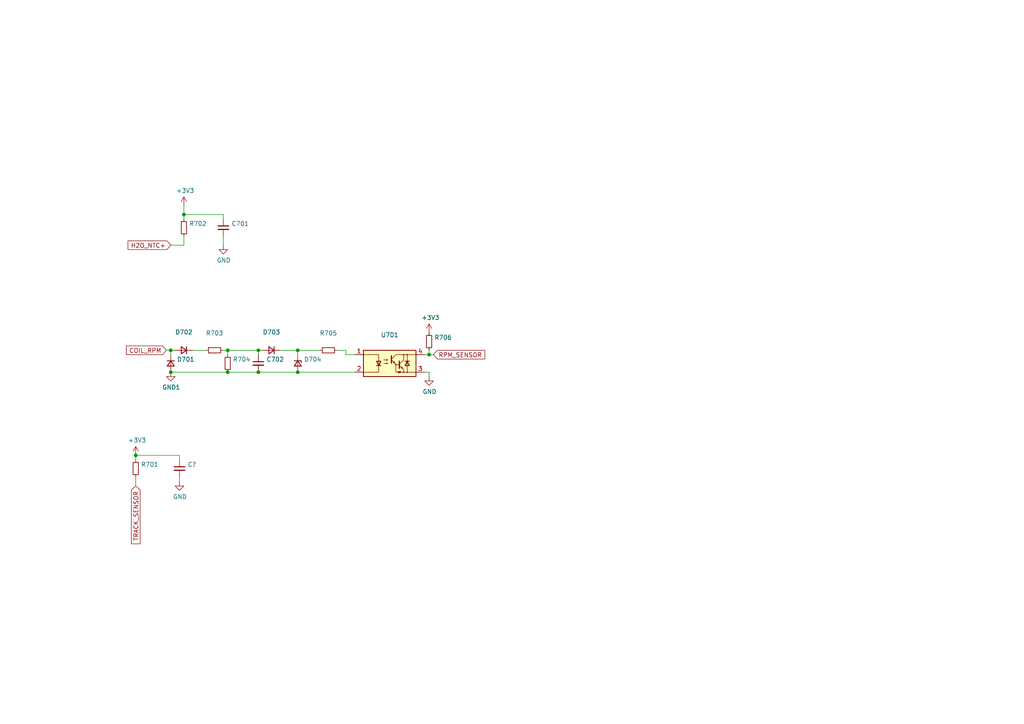
<source format=kicad_sch>
(kicad_sch (version 20211123) (generator eeschema)
  (paper "A4")
  (lib_symbols
    (symbol "Device:C_Small" (pin_numbers hide) (pin_names (offset 0.254) hide)
      (property "Reference" "C" (at 0.254 1.778 0))
      (property "Value" "C_Small" (at 0.254 -2.032 0))
      (symbol "C_Small_0_1"
        (polyline (pts (xy -1.524 -0.508) (xy 1.524 -0.508)) (stroke (width 0.3302)))
        (polyline (pts (xy -1.524 0.508) (xy 1.524 0.508)) (stroke (width 0.3048)))
      )
      (symbol "C_Small_1_1"
        (pin passive line (at 0 2.54 270) (length 2.032) (name "~") (number "1"))
        (pin passive line (at 0 -2.54 90) (length 2.032) (name "~") (number "2"))
      )
    )
    (symbol "Device:D_Small" (pin_numbers hide) (pin_names (offset 0.254) hide)
      (property "Reference" "D" (at -1.27 2.032 0))
      (property "Value" "D_Small" (at -3.81 -2.032 0))
      (symbol "D_Small_0_1"
        (polyline (pts (xy -0.762 -1.016) (xy -0.762 1.016)) (stroke (width 0.254)))
        (polyline (pts (xy -0.762 0) (xy 0.762 0)))
        (polyline (pts (xy 0.762 -1.016) (xy -0.762 0) (xy 0.762 1.016) (xy 0.762 -1.016)) (stroke (width 0.254)))
      )
      (symbol "D_Small_1_1"
        (pin passive line (at -2.54 0 0) (length 1.778) (name "K") (number "1"))
        (pin passive line (at 2.54 0 180) (length 1.778) (name "A") (number "2"))
      )
    )
    (symbol "Device:D_Zener_Small" (pin_numbers hide) (pin_names (offset 0.254) hide)
      (property "Reference" "D" (at 0 2.286 0))
      (property "Value" "D_Zener_Small" (at 0 -2.286 0))
      (symbol "D_Zener_Small_0_1"
        (polyline (pts (xy 0.762 0) (xy -0.762 0)))
        (polyline (pts (xy -0.254 1.016) (xy -0.762 1.016) (xy -0.762 -1.016)) (stroke (width 0.254)))
        (polyline (pts (xy 0.762 1.016) (xy -0.762 0) (xy 0.762 -1.016) (xy 0.762 1.016)) (stroke (width 0.254)))
      )
      (symbol "D_Zener_Small_1_1"
        (pin passive line (at -2.54 0 0) (length 1.778) (name "K") (number "1"))
        (pin passive line (at 2.54 0 180) (length 1.778) (name "A") (number "2"))
      )
    )
    (symbol "Device:R_Small" (pin_numbers hide) (pin_names (offset 0.254) hide)
      (property "Reference" "R" (at 0.762 0.508 0))
      (property "Value" "R_Small" (at 0.762 -1.016 0))
      (symbol "R_Small_0_1"
        (rectangle (start -0.762 1.778) (end 0.762 -1.778) (stroke (width 0.2032)))
      )
      (symbol "R_Small_1_1"
        (pin passive line (at 0 2.54 270) (length 0.762) (name "~") (number "1"))
        (pin passive line (at 0 -2.54 90) (length 0.762) (name "~") (number "2"))
      )
    )
    (symbol "Isolator:TLP627" (pin_names (offset 1.016))
      (property "Reference" "U" (at -7.62 5.08 0))
      (property "Value" "TLP627" (at 0 5.08 0))
      (symbol "TLP627_0_1"
        (rectangle (start -7.62 3.81) (end 7.62 -3.81) (stroke (width 0.254)) (fill (type background)))
        (polyline (pts (xy -3.81 -0.635) (xy -2.54 -0.635)) (stroke (width 0.254)))
        (polyline (pts (xy 0.508 1.016) (xy 1.778 -0.254)))
        (polyline (pts (xy 0.508 1.27) (xy 1.778 2.54)))
        (polyline (pts (xy 0.508 2.159) (xy 0.508 0.127)) (stroke (width 0.3556)))
        (polyline (pts (xy 1.778 2.54) (xy 7.62 2.54)))
        (polyline (pts (xy 2.794 -0.508) (xy 4.064 -1.778)))
        (polyline (pts (xy 2.794 -0.381) (xy 1.778 -0.381)))
        (polyline (pts (xy 2.794 -0.254) (xy 4.064 1.016)))
        (polyline (pts (xy 4.064 -2.54) (xy 7.62 -2.54)))
        (polyline (pts (xy 4.064 -1.778) (xy 4.064 -2.54)))
        (polyline (pts (xy 4.064 1.016) (xy 4.064 2.54)))
        (polyline (pts (xy 4.445 0.635) (xy 5.715 0.635)) (stroke (width 0.254)))
        (polyline (pts (xy 5.08 -0.635) (xy 5.08 -2.54)))
        (polyline (pts (xy 5.08 -0.635) (xy 5.08 2.54)))
        (polyline (pts (xy -7.62 2.54) (xy -3.175 2.54) (xy -3.175 0.635)))
        (polyline (pts (xy -3.175 0.762) (xy -3.175 -2.54) (xy -7.62 -2.54)))
        (polyline (pts (xy 2.794 0.635) (xy 2.794 -1.397) (xy 2.794 -1.397)) (stroke (width 0.3556)))
        (polyline (pts (xy -3.175 -0.635) (xy -3.81 0.635) (xy -2.54 0.635) (xy -3.175 -0.635)) (stroke (width 0.254)))
        (polyline (pts (xy 1.524 0) (xy 1.27 0.508) (xy 1.016 0.254) (xy 1.524 0)))
        (polyline (pts (xy 3.81 -1.524) (xy 3.556 -1.016) (xy 3.302 -1.27) (xy 3.81 -1.524)))
        (polyline (pts (xy 5.08 0.635) (xy 4.445 -0.635) (xy 5.715 -0.635) (xy 5.08 0.635)) (stroke (width 0.254)))
        (polyline (pts (xy -1.778 0) (xy -0.508 0) (xy -0.889 -0.127) (xy -0.889 0.127) (xy -0.508 0)))
        (polyline (pts (xy -1.778 1.016) (xy -0.508 1.016) (xy -0.889 0.889) (xy -0.889 1.143) (xy -0.508 1.016)))
        (polyline (pts (xy 1.778 -0.254) (xy 1.778 -2.54) (xy 2.286 -2.54) (xy 2.413 -2.286) (xy 2.54 -2.794) (xy 2.667 -2.286) (xy 2.794 -2.794) (xy 2.921 -2.286) (xy 3.048 -2.794) (xy 3.175 -2.286) (xy 3.302 -2.54) (xy 4.064 -2.54)))
        (circle (center 1.778 -0.381) (radius 0.127))
        (circle (center 4.064 -2.54) (radius 0.127))
        (circle (center 4.064 2.54) (radius 0.127))
        (circle (center 5.08 -2.54) (radius 0.127))
        (circle (center 5.08 2.54) (radius 0.127))
      )
      (symbol "TLP627_1_1"
        (pin passive line (at -10.16 2.54 0) (length 2.54) (name "~") (number "1"))
        (pin passive line (at -10.16 -2.54 0) (length 2.54) (name "~") (number "2"))
        (pin passive line (at 10.16 -2.54 180) (length 2.54) (name "~") (number "3"))
        (pin passive line (at 10.16 2.54 180) (length 2.54) (name "~") (number "4"))
      )
    )
    (symbol "power:+3.3V" (power) (pin_names (offset 0))
      (property "Value" "+3.3V" (at 0 3.556 0))
      (symbol "+3.3V_0_1"
        (polyline (pts (xy -0.762 1.27) (xy 0 2.54)))
        (polyline (pts (xy 0 0) (xy 0 2.54)))
        (polyline (pts (xy 0 2.54) (xy 0.762 1.27)))
      )
      (symbol "+3.3V_1_1"
        (pin power_in line (at 0 0 90) (length 0) hide (name "+3V3") (number "1"))
      )
    )
    (symbol "power:GND" (power) (pin_names (offset 0))
      (property "Value" "GND" (at 0 -3.81 0))
      (symbol "GND_0_1"
        (polyline (pts (xy 0 0) (xy 0 -1.27) (xy 1.27 -1.27) (xy 0 -2.54) (xy -1.27 -1.27) (xy 0 -1.27)))
      )
      (symbol "GND_1_1"
        (pin power_in line (at 0 0 270) (length 0) hide (name "GND") (number "1"))
      )
    )
    (symbol "power:GND1" (power) (pin_names (offset 0))
      (property "Value" "GND1" (at 0 -3.81 0))
      (symbol "GND1_0_1"
        (polyline (pts (xy 0 0) (xy 0 -1.27) (xy 1.27 -1.27) (xy 0 -2.54) (xy -1.27 -1.27) (xy 0 -1.27)))
      )
      (symbol "GND1_1_1"
        (pin power_in line (at 0 0 270) (length 0) hide (name "GND1") (number "1"))
      )
    )
  )
  (junction (at 74.93 101.6))
  (junction (at 53.34 62.23))
  (junction (at 74.93 107.95))
  (junction (at 39.37 132.08))
  (junction (at 66.04 107.95))
  (junction (at 124.46 102.87))
  (junction (at 86.36 101.6))
  (junction (at 66.04 101.6))
  (junction (at 49.53 107.95))
  (junction (at 86.36 107.95))
  (junction (at 49.53 101.6))
  (wire (pts (xy 74.93 101.6) (xy 76.2 101.6)))
  (wire (pts (xy 81.28 101.6) (xy 86.36 101.6)))
  (wire (pts (xy 49.53 71.12) (xy 53.34 71.12)))
  (wire (pts (xy 86.36 101.6) (xy 92.71 101.6)))
  (wire (pts (xy 124.46 102.87) (xy 125.73 102.87)))
  (wire (pts (xy 64.77 62.23) (xy 53.34 62.23)))
  (wire (pts (xy 48.26 101.6) (xy 49.53 101.6)))
  (wire (pts (xy 52.07 132.08) (xy 52.07 133.35)))
  (wire (pts (xy 86.36 107.95) (xy 102.87 107.95)))
  (wire (pts (xy 124.46 107.95) (xy 124.46 109.22)))
  (wire (pts (xy 86.36 101.6) (xy 86.36 102.87)))
  (wire (pts (xy 74.93 102.87) (xy 74.93 101.6)))
  (wire (pts (xy 100.33 101.6) (xy 100.33 102.87)))
  (wire (pts (xy 66.04 107.95) (xy 74.93 107.95)))
  (wire (pts (xy 53.34 63.5) (xy 53.34 62.23)))
  (wire (pts (xy 39.37 140.97) (xy 39.37 138.43)))
  (wire (pts (xy 100.33 102.87) (xy 102.87 102.87)))
  (wire (pts (xy 39.37 132.08) (xy 39.37 133.35)))
  (wire (pts (xy 64.77 71.12) (xy 64.77 68.58)))
  (wire (pts (xy 52.07 139.7) (xy 52.07 138.43)))
  (wire (pts (xy 66.04 101.6) (xy 74.93 101.6)))
  (wire (pts (xy 124.46 101.6) (xy 124.46 102.87)))
  (wire (pts (xy 49.53 107.95) (xy 66.04 107.95)))
  (wire (pts (xy 49.53 101.6) (xy 49.53 102.87)))
  (wire (pts (xy 64.77 63.5) (xy 64.77 62.23)))
  (wire (pts (xy 53.34 62.23) (xy 53.34 59.69)))
  (wire (pts (xy 66.04 102.87) (xy 66.04 101.6)))
  (wire (pts (xy 74.93 107.95) (xy 86.36 107.95)))
  (wire (pts (xy 49.53 101.6) (xy 50.8 101.6)))
  (wire (pts (xy 55.88 101.6) (xy 59.69 101.6)))
  (wire (pts (xy 123.19 107.95) (xy 124.46 107.95)))
  (wire (pts (xy 64.77 101.6) (xy 66.04 101.6)))
  (wire (pts (xy 97.79 101.6) (xy 100.33 101.6)))
  (wire (pts (xy 123.19 102.87) (xy 124.46 102.87)))
  (wire (pts (xy 39.37 132.08) (xy 52.07 132.08)))
  (wire (pts (xy 53.34 71.12) (xy 53.34 68.58)))
  (global_label "RPM_SENSOR" (shape input) (at 125.73 102.87 0) (property "Intersheet References" "${INTERSHEET_REFS}" (effects hide)))
  (global_label "TRACK_SENSOR" (shape input) (at 39.37 140.97 270) (property "Intersheet References" "${INTERSHEET_REFS}" (effects hide)))
  (global_label "H2O_NTC+" (shape input) (at 49.53 71.12 180) (property "Intersheet References" "${INTERSHEET_REFS}" (effects hide)))
  (global_label "COIL_RPM" (shape input) (at 48.26 101.6 180) (property "Intersheet References" "${INTERSHEET_REFS}" (effects hide)))
  (symbol (lib_id "Device:C_Small") (at 52.07 135.89 0) (unit 1)
    (property "Reference" "C?" (at 54.4068 134.7216 0) (effects (justify left)))
    (property "LCSC Part #" "C13585" (effects hide))
    (property "Mouser" "581-1206DD106KAT2A" (effects hide))
  )
  (symbol (lib_id "power:+3.3V") (at 39.37 132.08 0) (unit 1)
    (property "Reference" "#PWR0701" (effects hide))
  )
  (symbol (lib_id "Device:R_Small") (at 39.37 135.89 0) (unit 1)
    (property "Reference" "R701" (at 40.8686 134.7216 0) (effects (justify left)))
    (property "LCSC Part #" "C17902" (effects hide))
    (property "Mouser" "652-CR1206FX-1002ELF" (effects hide))
  )
  (symbol (lib_id "power:GND") (at 52.07 139.7 0) (unit 1)
    (property "Reference" "#PWR0703" (effects hide))
  )
  (symbol (lib_id "power:+3.3V") (at 53.34 59.69 0) (unit 1)
    (property "Reference" "#PWR0704" (effects hide))
  )
  (symbol (lib_id "Device:R_Small") (at 53.34 66.04 0) (unit 1)
    (property "Reference" "R702" (at 54.8386 64.8716 0) (effects (justify left)))
    (property "LCSC Part #" "C17902" (effects hide))
    (property "Mouser" "652-CR1206FX-1002ELF" (effects hide))
  )
  (symbol (lib_id "Device:R_Small") (at 62.23 101.6 270) (unit 1)
    (property "Reference" "R703" (at 62.23 96.6216 90))
    (property "LCSC Part #" "C52443" (effects hide))
    (property "Mouser" "603-RC1210FR-0710KL" (effects hide))
  )
  (symbol (lib_id "Device:R_Small") (at 66.04 105.41 0) (unit 1)
    (property "Reference" "R704" (at 67.5386 104.2416 0) (effects (justify left)))
    (property "LCSC Part #" "C25672" (effects hide))
    (property "Mouser" "603-RC1210FR-0710KL" (effects hide))
  )
  (symbol (lib_id "Device:C_Small") (at 74.93 105.41 0) (unit 1)
    (property "Reference" "C702" (at 77.2668 104.2416 0) (effects (justify left)))
    (property "LCSC Part #" "C396814" (effects hide))
    (property "Mouser" "80-C1210V104KCR" (effects hide))
  )
  (symbol (lib_id "Device:D_Zener_Small") (at 86.36 105.41 270) (unit 1)
    (property "Reference" "D704" (at 88.138 104.2416 90) (effects (justify left)))
    (property "LCSC Part #" "C78479" (effects hide))
    (property "Mouser" "78-BZT52C5V1-E3-18" (effects hide))
  )
  (symbol (lib_id "Device:D_Small") (at 53.34 101.6 180) (unit 1)
    (property "Reference" "D702" (at 53.34 96.3422 0))
    (property "LCSC Part #" "C110856" (effects hide))
    (property "Mouser" "621-S1B-F" (effects hide))
  )
  (symbol (lib_id "Device:D_Small") (at 49.53 105.41 270) (unit 1)
    (property "Reference" "D701" (at 51.308 104.2416 90) (effects (justify left)))
    (property "LCSC Part #" "C110856" (effects hide))
    (property "Mouser" "621-S1B-F" (effects hide))
  )
  (symbol (lib_id "Device:D_Small") (at 78.74 101.6 180) (unit 1)
    (property "Reference" "D703" (at 78.74 96.3422 0))
    (property "Mouser" "241-1N4148WSR100001" (effects hide))
  )
  (symbol (lib_id "Device:R_Small") (at 95.25 101.6 270) (unit 1)
    (property "Reference" "R705" (at 95.25 96.6216 90))
    (property "LCSC Part #" "C56239" (effects hide))
    (property "Mouser" "660-RK73B2ETTD101J" (effects hide))
  )
  (symbol (lib_id "Isolator:TLP627") (at 113.03 105.41 0) (unit 1)
    (property "Reference" "U701" (at 113.03 97.155 0))
    (property "Datasheet" "https://toshiba.semicon-storage.com/info/docget.jsp?did=16914&prodName=TLP627" (effects hide))
    (property "LCSC Part #" "C79290" (effects hide))
  )
  (symbol (lib_id "power:GND") (at 124.46 109.22 0) (unit 1)
    (property "Reference" "#PWR0706" (effects hide))
  )
  (symbol (lib_id "power:+3.3V") (at 124.46 96.52 0) (unit 1)
    (property "Reference" "#PWR0705" (effects hide))
  )
  (symbol (lib_id "Device:R_Small") (at 124.46 99.06 0) (unit 1)
    (property "Reference" "R706" (at 125.9586 97.8916 0) (effects (justify left)))
    (property "LCSC Part #" "C17902" (effects hide))
    (property "Mouser" "652-CR1206FX-1002ELF" (effects hide))
  )
  (symbol (lib_id "power:GND1") (at 49.53 107.95 0) (unit 1)
    (property "Reference" "#PWR0702" (effects hide))
  )
  (symbol (lib_id "Device:C_Small") (at 64.77 66.04 0) (unit 1)
    (property "Reference" "C701" (at 67.1068 64.8716 0) (effects (justify left)))
    (property "LCSC Part #" "C13585" (effects hide))
    (property "Mouser" "581-1206DD106KAT2A" (effects hide))
  )
  (symbol (lib_id "power:GND") (at 64.77 71.12 0) (unit 1)
    (property "Reference" "#PWR0101" (effects hide))
  )
)
</source>
